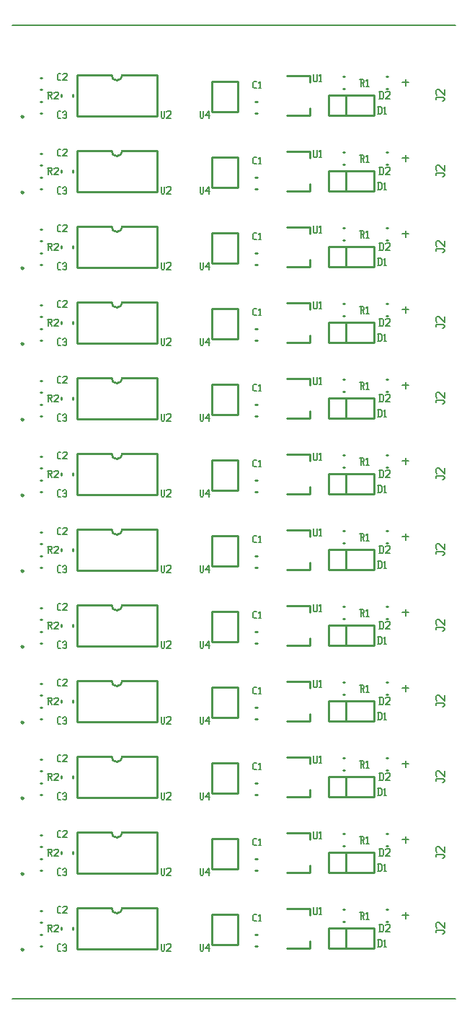
<source format=gbr>
G04 start of page 9 for group -4079 idx -4079 *
G04 Title: (unknown), topsilk *
G04 Creator: pcb 4.0.2 *
G04 CreationDate: Sun Oct 16 03:37:32 2022 UTC *
G04 For: ndholmes *
G04 Format: Gerber/RS-274X *
G04 PCB-Dimensions (mil): 3000.00 5500.00 *
G04 PCB-Coordinate-Origin: lower left *
%MOIN*%
%FSLAX25Y25*%
%LNTOPSILK*%
%ADD50C,0.0100*%
%ADD49C,0.0080*%
G54D49*X243000Y333500D02*X246000D01*
X244500Y335000D02*Y332000D01*
X243000Y298500D02*X246000D01*
X244500Y300000D02*Y297000D01*
X243000Y263500D02*X246000D01*
X244500Y265000D02*Y262000D01*
X243000Y228500D02*X246000D01*
X244500Y230000D02*Y227000D01*
X243000Y193500D02*X246000D01*
X244500Y195000D02*Y192000D01*
X243000Y403500D02*X246000D01*
X244500Y405000D02*Y402000D01*
X243000Y368500D02*X246000D01*
X243000Y473500D02*X246000D01*
X244500Y475000D02*Y472000D01*
X243000Y438500D02*X246000D01*
X244500Y440000D02*Y437000D01*
Y370000D02*Y367000D01*
X62500Y500000D02*X267500D01*
X243000Y158500D02*X246000D01*
X244500Y160000D02*Y157000D01*
X243000Y123500D02*X246000D01*
X244500Y125000D02*Y122000D01*
X243000Y88500D02*X246000D01*
X244500Y90000D02*Y87000D01*
X62500Y50000D02*X267500D01*
G54D50*X67837Y457732D02*G75*G03X67837Y457732I-500J0D01*G01*
X85245Y467893D02*Y467107D01*
X90755Y467893D02*Y467107D01*
X75607Y464755D02*X76393D01*
X75607Y459245D02*X76393D01*
X75607Y475755D02*X76393D01*
X75607Y470245D02*X76393D01*
X67837Y422732D02*G75*G03X67837Y422732I-500J0D01*G01*
X75607Y429755D02*X76393D01*
X75607Y424245D02*X76393D01*
X75607Y440755D02*X76393D01*
X75607Y435245D02*X76393D01*
X75607Y405755D02*X76393D01*
X75607Y400245D02*X76393D01*
X166900Y473900D02*Y460000D01*
X155100Y473900D02*X166900D01*
X155100D02*Y460000D01*
X166900D01*
X92500Y477000D02*Y458000D01*
X129500D01*
Y477000D01*
X92500D02*X108500D01*
X129500D02*X113500D01*
X108500D02*G75*G03X113500Y477000I2500J0D01*G01*
X85245Y432893D02*Y432107D01*
X90755Y432893D02*Y432107D01*
X92500Y442000D02*Y423000D01*
X129500D01*
Y442000D01*
X92500D02*X108500D01*
X129500D02*X113500D01*
X108500D02*G75*G03X113500Y442000I2500J0D01*G01*
X166900Y438900D02*Y425000D01*
X155100Y438900D02*X166900D01*
X155100D02*Y425000D01*
X166900D01*
Y368900D02*Y355000D01*
X155100Y368900D02*X166900D01*
X155100D02*Y355000D01*
X166900D01*
X175107Y354245D02*X175893D01*
X175107Y359755D02*X175893D01*
X166900Y333900D02*Y320000D01*
X155100Y333900D02*X166900D01*
X155100D02*Y320000D01*
X166900D01*
X175107Y319245D02*X175893D01*
X175107Y324755D02*X175893D01*
X166900Y403900D02*Y390000D01*
X155100Y403900D02*X166900D01*
X155100D02*Y390000D01*
X166900D01*
X175107Y389245D02*X175893D01*
X175107Y394755D02*X175893D01*
X92500Y407000D02*Y388000D01*
X129500D01*
Y407000D01*
X92500D02*X108500D01*
X129500D02*X113500D01*
X108500D02*G75*G03X113500Y407000I2500J0D01*G01*
X92500Y372000D02*Y353000D01*
X129500D01*
Y372000D01*
X92500D02*X108500D01*
X129500D02*X113500D01*
X108500D02*G75*G03X113500Y372000I2500J0D01*G01*
X209000Y458200D02*X230000D01*
X209000Y467800D02*X230000D01*
X209000Y458200D02*Y467800D01*
X230000Y458200D02*Y467800D01*
X217000Y458200D02*Y467800D01*
X215607Y476255D02*X216393D01*
X215607Y470745D02*X216393D01*
X235607Y476255D02*X236393D01*
X235607Y470745D02*X236393D01*
X189520Y476750D02*X200150D01*
X189520Y458250D02*X200150D01*
Y476750D02*Y473500D01*
Y461500D02*Y458250D01*
X189520Y476750D02*Y476571D01*
Y458429D02*Y458250D01*
X175107Y459245D02*X175893D01*
X175107Y464755D02*X175893D01*
X189520Y441750D02*X200150D01*
X189520Y423250D02*X200150D01*
Y441750D02*Y438500D01*
Y426500D02*Y423250D01*
X189520Y441750D02*Y441571D01*
Y423429D02*Y423250D01*
X175107Y424245D02*X175893D01*
X175107Y429755D02*X175893D01*
X209000Y423200D02*X230000D01*
X209000Y432800D02*X230000D01*
X209000Y423200D02*Y432800D01*
X230000Y423200D02*Y432800D01*
X217000Y423200D02*Y432800D01*
X215607Y441255D02*X216393D01*
X215607Y435745D02*X216393D01*
X235607Y441255D02*X236393D01*
X235607Y435745D02*X236393D01*
X215607Y406255D02*X216393D01*
X215607Y400745D02*X216393D01*
X235607Y406255D02*X236393D01*
X235607Y400745D02*X236393D01*
X209000Y388200D02*X230000D01*
X209000Y397800D02*X230000D01*
X209000Y388200D02*Y397800D01*
X230000Y388200D02*Y397800D01*
X217000Y388200D02*Y397800D01*
X215607Y371255D02*X216393D01*
X215607Y365745D02*X216393D01*
X235607Y371255D02*X236393D01*
X235607Y365745D02*X236393D01*
X189520Y406750D02*X200150D01*
X189520Y388250D02*X200150D01*
Y406750D02*Y403500D01*
Y391500D02*Y388250D01*
X189520Y406750D02*Y406571D01*
Y388429D02*Y388250D01*
Y371750D02*X200150D01*
X189520Y353250D02*X200150D01*
Y371750D02*Y368500D01*
Y356500D02*Y353250D01*
X189520Y371750D02*Y371571D01*
Y353429D02*Y353250D01*
Y336750D02*X200150D01*
X189520Y318250D02*X200150D01*
Y336750D02*Y333500D01*
Y321500D02*Y318250D01*
X189520Y336750D02*Y336571D01*
Y318429D02*Y318250D01*
X209000Y353200D02*X230000D01*
X209000Y362800D02*X230000D01*
X209000Y353200D02*Y362800D01*
X230000Y353200D02*Y362800D01*
X217000Y353200D02*Y362800D01*
X209000Y318200D02*X230000D01*
X209000Y327800D02*X230000D01*
X209000Y318200D02*Y327800D01*
X230000Y318200D02*Y327800D01*
X217000Y318200D02*Y327800D01*
X215607Y336255D02*X216393D01*
X215607Y330745D02*X216393D01*
X235607Y336255D02*X236393D01*
X235607Y330745D02*X236393D01*
X209000Y283200D02*X230000D01*
X209000Y292800D02*X230000D01*
X209000Y283200D02*Y292800D01*
X230000Y283200D02*Y292800D01*
X217000Y283200D02*Y292800D01*
X189520Y301750D02*X200150D01*
X189520Y283250D02*X200150D01*
Y301750D02*Y298500D01*
Y286500D02*Y283250D01*
X189520Y301750D02*Y301571D01*
Y283429D02*Y283250D01*
X215607Y301255D02*X216393D01*
X215607Y295745D02*X216393D01*
X235607Y301255D02*X236393D01*
X235607Y295745D02*X236393D01*
X209000Y248200D02*X230000D01*
X209000Y257800D02*X230000D01*
X209000Y248200D02*Y257800D01*
X230000Y248200D02*Y257800D01*
X217000Y248200D02*Y257800D01*
X189520Y266750D02*X200150D01*
X189520Y248250D02*X200150D01*
Y266750D02*Y263500D01*
Y251500D02*Y248250D01*
X189520Y266750D02*Y266571D01*
Y248429D02*Y248250D01*
X215607Y266255D02*X216393D01*
X215607Y260745D02*X216393D01*
X235607Y266255D02*X236393D01*
X235607Y260745D02*X236393D01*
X209000Y213200D02*X230000D01*
X209000Y222800D02*X230000D01*
X209000Y213200D02*Y222800D01*
X230000Y213200D02*Y222800D01*
X217000Y213200D02*Y222800D01*
X189520Y231750D02*X200150D01*
X189520Y213250D02*X200150D01*
Y231750D02*Y228500D01*
Y216500D02*Y213250D01*
X189520Y231750D02*Y231571D01*
Y213429D02*Y213250D01*
X215607Y231255D02*X216393D01*
X215607Y225745D02*X216393D01*
X235607Y231255D02*X236393D01*
X235607Y225745D02*X236393D01*
X209000Y178200D02*X230000D01*
X209000Y187800D02*X230000D01*
X209000Y178200D02*Y187800D01*
X230000Y178200D02*Y187800D01*
X217000Y178200D02*Y187800D01*
X189520Y196750D02*X200150D01*
X189520Y178250D02*X200150D01*
Y196750D02*Y193500D01*
Y181500D02*Y178250D01*
X189520Y196750D02*Y196571D01*
Y178429D02*Y178250D01*
X175107Y179245D02*X175893D01*
X175107Y184755D02*X175893D01*
X215607Y196255D02*X216393D01*
X215607Y190745D02*X216393D01*
X235607Y196255D02*X236393D01*
X235607Y190745D02*X236393D01*
X235607Y126255D02*X236393D01*
X235607Y120745D02*X236393D01*
X209000Y143200D02*X230000D01*
X209000Y152800D02*X230000D01*
X209000Y143200D02*Y152800D01*
X230000Y143200D02*Y152800D01*
X217000Y143200D02*Y152800D01*
X189520Y161750D02*X200150D01*
X189520Y143250D02*X200150D01*
Y161750D02*Y158500D01*
Y146500D02*Y143250D01*
X189520Y161750D02*Y161571D01*
Y143429D02*Y143250D01*
X175107Y144245D02*X175893D01*
X175107Y149755D02*X175893D01*
X215607Y161255D02*X216393D01*
X215607Y155745D02*X216393D01*
X235607Y161255D02*X236393D01*
X235607Y155745D02*X236393D01*
X209000Y108200D02*X230000D01*
X209000Y117800D02*X230000D01*
X209000Y108200D02*Y117800D01*
X230000Y108200D02*Y117800D01*
X217000Y108200D02*Y117800D01*
X189520Y126750D02*X200150D01*
X189520Y108250D02*X200150D01*
Y126750D02*Y123500D01*
Y111500D02*Y108250D01*
X189520Y126750D02*Y126571D01*
Y108429D02*Y108250D01*
X215607Y126255D02*X216393D01*
X215607Y120745D02*X216393D01*
X175107Y109245D02*X175893D01*
X175107Y114755D02*X175893D01*
X209000Y73200D02*X230000D01*
X209000Y82800D02*X230000D01*
X209000Y73200D02*Y82800D01*
X230000Y73200D02*Y82800D01*
X217000Y73200D02*Y82800D01*
X189520Y91750D02*X200150D01*
X189520Y73250D02*X200150D01*
Y91750D02*Y88500D01*
Y76500D02*Y73250D01*
X189520Y91750D02*Y91571D01*
Y73429D02*Y73250D01*
X175107Y74245D02*X175893D01*
X175107Y79755D02*X175893D01*
X215607Y91255D02*X216393D01*
X215607Y85745D02*X216393D01*
X235607Y91255D02*X236393D01*
X235607Y85745D02*X236393D01*
X67837Y387732D02*G75*G03X67837Y387732I-500J0D01*G01*
Y352732D02*G75*G03X67837Y352732I-500J0D01*G01*
Y317732D02*G75*G03X67837Y317732I-500J0D01*G01*
Y282732D02*G75*G03X67837Y282732I-500J0D01*G01*
X85245Y397893D02*Y397107D01*
X90755Y397893D02*Y397107D01*
X85245Y362893D02*Y362107D01*
X90755Y362893D02*Y362107D01*
X85245Y327893D02*Y327107D01*
X90755Y327893D02*Y327107D01*
X85245Y292893D02*Y292107D01*
X90755Y292893D02*Y292107D01*
X85245Y222893D02*Y222107D01*
X90755Y222893D02*Y222107D01*
X85245Y187893D02*Y187107D01*
X90755Y187893D02*Y187107D01*
X75607Y394755D02*X76393D01*
X75607Y389245D02*X76393D01*
X75607Y359755D02*X76393D01*
X75607Y354245D02*X76393D01*
X75607Y370755D02*X76393D01*
X75607Y365245D02*X76393D01*
X75607Y324755D02*X76393D01*
X75607Y319245D02*X76393D01*
X75607Y335755D02*X76393D01*
X75607Y330245D02*X76393D01*
X75607Y289755D02*X76393D01*
X75607Y284245D02*X76393D01*
X75607Y300755D02*X76393D01*
X75607Y295245D02*X76393D01*
X92500Y337000D02*Y318000D01*
X129500D01*
Y337000D01*
X92500D02*X108500D01*
X129500D02*X113500D01*
X108500D02*G75*G03X113500Y337000I2500J0D01*G01*
X92500Y302000D02*Y283000D01*
X129500D01*
Y302000D01*
X92500D02*X108500D01*
X129500D02*X113500D01*
X108500D02*G75*G03X113500Y302000I2500J0D01*G01*
X166900Y298900D02*Y285000D01*
X155100Y298900D02*X166900D01*
X155100D02*Y285000D01*
X166900D01*
X175107Y284245D02*X175893D01*
X175107Y289755D02*X175893D01*
X166900Y263900D02*Y250000D01*
X155100Y263900D02*X166900D01*
X155100D02*Y250000D01*
X166900D01*
X92500Y267000D02*Y248000D01*
X129500D01*
Y267000D01*
X92500D02*X108500D01*
X129500D02*X113500D01*
X108500D02*G75*G03X113500Y267000I2500J0D01*G01*
X175107Y249245D02*X175893D01*
X175107Y254755D02*X175893D01*
X67837Y247732D02*G75*G03X67837Y247732I-500J0D01*G01*
Y212732D02*G75*G03X67837Y212732I-500J0D01*G01*
Y177732D02*G75*G03X67837Y177732I-500J0D01*G01*
X85245Y257893D02*Y257107D01*
X90755Y257893D02*Y257107D01*
X75607Y254755D02*X76393D01*
X75607Y249245D02*X76393D01*
X75607Y265755D02*X76393D01*
X75607Y260245D02*X76393D01*
X75607Y219755D02*X76393D01*
X75607Y214245D02*X76393D01*
X75607Y230755D02*X76393D01*
X75607Y225245D02*X76393D01*
X75607Y184755D02*X76393D01*
X75607Y179245D02*X76393D01*
X75607Y195755D02*X76393D01*
X75607Y190245D02*X76393D01*
X67837Y142732D02*G75*G03X67837Y142732I-500J0D01*G01*
Y107732D02*G75*G03X67837Y107732I-500J0D01*G01*
Y72732D02*G75*G03X67837Y72732I-500J0D01*G01*
X85245Y152893D02*Y152107D01*
X90755Y152893D02*Y152107D01*
X85245Y117893D02*Y117107D01*
X90755Y117893D02*Y117107D01*
X85245Y82893D02*Y82107D01*
X90755Y82893D02*Y82107D01*
X75607Y149755D02*X76393D01*
X75607Y144245D02*X76393D01*
X75607Y160755D02*X76393D01*
X75607Y155245D02*X76393D01*
X75607Y114755D02*X76393D01*
X75607Y109245D02*X76393D01*
X75607Y125755D02*X76393D01*
X75607Y120245D02*X76393D01*
X75607Y79755D02*X76393D01*
X75607Y74245D02*X76393D01*
X75607Y90755D02*X76393D01*
X75607Y85245D02*X76393D01*
X166900Y228900D02*Y215000D01*
X155100Y228900D02*X166900D01*
X155100D02*Y215000D01*
X166900D01*
X175107Y214245D02*X175893D01*
X175107Y219755D02*X175893D01*
X92500Y197000D02*Y178000D01*
X129500D01*
Y197000D01*
X92500D02*X108500D01*
X129500D02*X113500D01*
X108500D02*G75*G03X113500Y197000I2500J0D01*G01*
X92500Y232000D02*Y213000D01*
X129500D01*
Y232000D01*
X92500D02*X108500D01*
X129500D02*X113500D01*
X108500D02*G75*G03X113500Y232000I2500J0D01*G01*
X166900Y193900D02*Y180000D01*
X155100Y193900D02*X166900D01*
X155100D02*Y180000D01*
X166900D01*
Y158900D02*Y145000D01*
X155100Y158900D02*X166900D01*
X155100D02*Y145000D01*
X166900D01*
X92500Y127000D02*Y108000D01*
X129500D01*
Y127000D01*
X92500D02*X108500D01*
X129500D02*X113500D01*
X108500D02*G75*G03X113500Y127000I2500J0D01*G01*
X92500Y162000D02*Y143000D01*
X129500D01*
Y162000D01*
X92500D02*X108500D01*
X129500D02*X113500D01*
X108500D02*G75*G03X113500Y162000I2500J0D01*G01*
X166900Y123900D02*Y110000D01*
X155100Y123900D02*X166900D01*
X155100D02*Y110000D01*
X166900D01*
Y88900D02*Y75000D01*
X155100Y88900D02*X166900D01*
X155100D02*Y75000D01*
X166900D01*
X92500Y92000D02*Y73000D01*
X129500D01*
Y92000D01*
X92500D02*X108500D01*
X129500D02*X113500D01*
X108500D02*G75*G03X113500Y92000I2500J0D01*G01*
G54D49*X78900Y469100D02*X80500D01*
X80900Y468700D01*
Y467900D01*
X80500Y467500D02*X80900Y467900D01*
X79300Y467500D02*X80500D01*
X79300Y469100D02*Y465900D01*
X79940Y467500D02*X80900Y465900D01*
X81860Y468700D02*X82260Y469100D01*
X83460D01*
X83860Y468700D01*
Y467900D01*
X81860Y465900D02*X83860Y467900D01*
X81860Y465900D02*X83860D01*
X84060Y457000D02*X85100D01*
X83500Y457560D02*X84060Y457000D01*
X83500Y459640D02*Y457560D01*
Y459640D02*X84060Y460200D01*
X85100D01*
X86060Y459800D02*X86460Y460200D01*
X87260D01*
X87660Y459800D01*
X87260Y457000D02*X87660Y457400D01*
X86460Y457000D02*X87260D01*
X86060Y457400D02*X86460Y457000D01*
Y458760D02*X87260D01*
X87660Y459800D02*Y459160D01*
Y458360D02*Y457400D01*
Y458360D02*X87260Y458760D01*
X87660Y459160D02*X87260Y458760D01*
X84060Y474500D02*X85100D01*
X83500Y475060D02*X84060Y474500D01*
X83500Y477140D02*Y475060D01*
Y477140D02*X84060Y477700D01*
X85100D01*
X86060Y477300D02*X86460Y477700D01*
X87660D01*
X88060Y477300D01*
Y476500D01*
X86060Y474500D02*X88060Y476500D01*
X86060Y474500D02*X88060D01*
X174497Y470906D02*X175537D01*
X173937Y471466D02*X174497Y470906D01*
X173937Y473546D02*Y471466D01*
Y473546D02*X174497Y474106D01*
X175537D01*
X176497Y473466D02*X177137Y474106D01*
Y470906D01*
X176497D02*X177697D01*
X149500Y460300D02*Y457500D01*
X149900Y457100D01*
X150700D01*
X151100Y457500D01*
Y460300D02*Y457500D01*
X152060Y458300D02*X153660Y460300D01*
X152060Y458300D02*X154060D01*
X153660Y460300D02*Y457100D01*
X131500Y460230D02*Y457535D01*
X131885Y457150D01*
X132655D01*
X133040Y457535D01*
Y460230D02*Y457535D01*
X133964Y459845D02*X134349Y460230D01*
X135504D01*
X135889Y459845D01*
Y459075D01*
X133964Y457150D02*X135889Y459075D01*
X133964Y457150D02*X135889D01*
X84060Y439500D02*X85100D01*
X83500Y440060D02*X84060Y439500D01*
X83500Y442140D02*Y440060D01*
Y442140D02*X84060Y442700D01*
X85100D01*
X86060Y442300D02*X86460Y442700D01*
X87660D01*
X88060Y442300D01*
Y441500D01*
X86060Y439500D02*X88060Y441500D01*
X86060Y439500D02*X88060D01*
X174497Y435906D02*X175537D01*
X173937Y436466D02*X174497Y435906D01*
X173937Y438546D02*Y436466D01*
Y438546D02*X174497Y439106D01*
X175537D01*
X176497Y438466D02*X177137Y439106D01*
Y435906D01*
X176497D02*X177697D01*
X84060Y422000D02*X85100D01*
X83500Y422560D02*X84060Y422000D01*
X83500Y424640D02*Y422560D01*
Y424640D02*X84060Y425200D01*
X85100D01*
X86060Y424800D02*X86460Y425200D01*
X87260D01*
X87660Y424800D01*
X87260Y422000D02*X87660Y422400D01*
X86460Y422000D02*X87260D01*
X86060Y422400D02*X86460Y422000D01*
Y423760D02*X87260D01*
X87660Y424800D02*Y424160D01*
Y423360D02*Y422400D01*
Y423360D02*X87260Y423760D01*
X87660Y424160D02*X87260Y423760D01*
X149500Y425300D02*Y422500D01*
X149900Y422100D01*
X150700D01*
X151100Y422500D01*
Y425300D02*Y422500D01*
X152060Y423300D02*X153660Y425300D01*
X152060Y423300D02*X154060D01*
X153660Y425300D02*Y422100D01*
X131500Y425230D02*Y422535D01*
X131885Y422150D01*
X132655D01*
X133040Y422535D01*
Y425230D02*Y422535D01*
X133964Y424845D02*X134349Y425230D01*
X135504D01*
X135889Y424845D01*
Y424075D01*
X133964Y422150D02*X135889Y424075D01*
X133964Y422150D02*X135889D01*
X149500Y390300D02*Y387500D01*
X149900Y387100D01*
X150700D01*
X151100Y387500D01*
Y390300D02*Y387500D01*
X152060Y388300D02*X153660Y390300D01*
X152060Y388300D02*X154060D01*
X153660Y390300D02*Y387100D01*
X131500Y390230D02*Y387535D01*
X131885Y387150D01*
X132655D01*
X133040Y387535D01*
Y390230D02*Y387535D01*
X133964Y389845D02*X134349Y390230D01*
X135504D01*
X135889Y389845D01*
Y389075D01*
X133964Y387150D02*X135889Y389075D01*
X133964Y387150D02*X135889D01*
X174497Y400906D02*X175537D01*
X173937Y401466D02*X174497Y400906D01*
X173937Y403546D02*Y401466D01*
Y403546D02*X174497Y404106D01*
X175537D01*
X176497Y403466D02*X177137Y404106D01*
Y400906D01*
X176497D02*X177697D01*
X78900Y434100D02*X80500D01*
X80900Y433700D01*
Y432900D01*
X80500Y432500D02*X80900Y432900D01*
X79300Y432500D02*X80500D01*
X79300Y434100D02*Y430900D01*
X79940Y432500D02*X80900Y430900D01*
X81860Y433700D02*X82260Y434100D01*
X83460D01*
X83860Y433700D01*
Y432900D01*
X81860Y430900D02*X83860Y432900D01*
X81860Y430900D02*X83860D01*
X78900Y399100D02*X80500D01*
X80900Y398700D01*
Y397900D01*
X80500Y397500D02*X80900Y397900D01*
X79300Y397500D02*X80500D01*
X79300Y399100D02*Y395900D01*
X79940Y397500D02*X80900Y395900D01*
X81860Y398700D02*X82260Y399100D01*
X83460D01*
X83860Y398700D01*
Y397900D01*
X81860Y395900D02*X83860Y397900D01*
X81860Y395900D02*X83860D01*
X84060Y387000D02*X85100D01*
X83500Y387560D02*X84060Y387000D01*
X83500Y389640D02*Y387560D01*
Y389640D02*X84060Y390200D01*
X85100D01*
X86060Y389800D02*X86460Y390200D01*
X87260D01*
X87660Y389800D01*
X87260Y387000D02*X87660Y387400D01*
X86460Y387000D02*X87260D01*
X86060Y387400D02*X86460Y387000D01*
Y388760D02*X87260D01*
X87660Y389800D02*Y389160D01*
Y388360D02*Y387400D01*
Y388360D02*X87260Y388760D01*
X87660Y389160D02*X87260Y388760D01*
X84060Y404500D02*X85100D01*
X83500Y405060D02*X84060Y404500D01*
X83500Y407140D02*Y405060D01*
Y407140D02*X84060Y407700D01*
X85100D01*
X86060Y407300D02*X86460Y407700D01*
X87660D01*
X88060Y407300D01*
Y406500D01*
X86060Y404500D02*X88060Y406500D01*
X86060Y404500D02*X88060D01*
X78900Y364100D02*X80500D01*
X80900Y363700D01*
Y362900D01*
X80500Y362500D02*X80900Y362900D01*
X79300Y362500D02*X80500D01*
X79300Y364100D02*Y360900D01*
X79940Y362500D02*X80900Y360900D01*
X81860Y363700D02*X82260Y364100D01*
X83460D01*
X83860Y363700D01*
Y362900D01*
X81860Y360900D02*X83860Y362900D01*
X81860Y360900D02*X83860D01*
X84060Y369500D02*X85100D01*
X83500Y370060D02*X84060Y369500D01*
X83500Y372140D02*Y370060D01*
Y372140D02*X84060Y372700D01*
X85100D01*
X86060Y372300D02*X86460Y372700D01*
X87660D01*
X88060Y372300D01*
Y371500D01*
X86060Y369500D02*X88060Y371500D01*
X86060Y369500D02*X88060D01*
X149500Y320300D02*Y317500D01*
X149900Y317100D01*
X150700D01*
X151100Y317500D01*
Y320300D02*Y317500D01*
X152060Y318300D02*X153660Y320300D01*
X152060Y318300D02*X154060D01*
X153660Y320300D02*Y317100D01*
X174497Y365906D02*X175537D01*
X173937Y366466D02*X174497Y365906D01*
X173937Y368546D02*Y366466D01*
Y368546D02*X174497Y369106D01*
X175537D01*
X176497Y368466D02*X177137Y369106D01*
Y365906D01*
X176497D02*X177697D01*
X174497Y330906D02*X175537D01*
X173937Y331466D02*X174497Y330906D01*
X173937Y333546D02*Y331466D01*
Y333546D02*X174497Y334106D01*
X175537D01*
X176497Y333466D02*X177137Y334106D01*
Y330906D01*
X176497D02*X177697D01*
X149500Y355300D02*Y352500D01*
X149900Y352100D01*
X150700D01*
X151100Y352500D01*
Y355300D02*Y352500D01*
X152060Y353300D02*X153660Y355300D01*
X152060Y353300D02*X154060D01*
X153660Y355300D02*Y352100D01*
X131500Y355230D02*Y352535D01*
X131885Y352150D01*
X132655D01*
X133040Y352535D01*
Y355230D02*Y352535D01*
X133964Y354845D02*X134349Y355230D01*
X135504D01*
X135889Y354845D01*
Y354075D01*
X133964Y352150D02*X135889Y354075D01*
X133964Y352150D02*X135889D01*
X131500Y320230D02*Y317535D01*
X131885Y317150D01*
X132655D01*
X133040Y317535D01*
Y320230D02*Y317535D01*
X133964Y319845D02*X134349Y320230D01*
X135504D01*
X135889Y319845D01*
Y319075D01*
X133964Y317150D02*X135889Y319075D01*
X133964Y317150D02*X135889D01*
X231900Y462200D02*Y459000D01*
X232940Y462200D02*X233500Y461640D01*
Y459560D01*
X232940Y459000D02*X233500Y459560D01*
X231500Y459000D02*X232940D01*
X231500Y462200D02*X232940D01*
X234460Y461560D02*X235100Y462200D01*
Y459000D01*
X234460D02*X235660D01*
X258500Y466500D02*Y465700D01*
Y466500D02*X262000D01*
X262500Y466000D02*X262000Y466500D01*
X262500Y466000D02*Y465500D01*
X262000Y465000D02*X262500Y465500D01*
X261500Y465000D02*X262000D01*
X259000Y467700D02*X258500Y468200D01*
Y469700D02*Y468200D01*
Y469700D02*X259000Y470200D01*
X260000D01*
X262500Y467700D02*X260000Y470200D01*
X262500D02*Y467700D01*
X232750Y469350D02*Y466150D01*
X233790Y469350D02*X234350Y468790D01*
Y466710D01*
X233790Y466150D02*X234350Y466710D01*
X232350Y466150D02*X233790D01*
X232350Y469350D02*X233790D01*
X235310Y468950D02*X235710Y469350D01*
X236910D01*
X237310Y468950D01*
Y468150D01*
X235310Y466150D02*X237310Y468150D01*
X235310Y466150D02*X237310D01*
X202000Y477200D02*Y474400D01*
X202400Y474000D01*
X203200D01*
X203600Y474400D01*
Y477200D02*Y474400D01*
X204560Y476560D02*X205200Y477200D01*
Y474000D01*
X204560D02*X205760D01*
X223436Y474850D02*X225036D01*
X225436Y474450D01*
Y473650D01*
X225036Y473250D02*X225436Y473650D01*
X223836Y473250D02*X225036D01*
X223836Y474850D02*Y471650D01*
X224476Y473250D02*X225436Y471650D01*
X226396Y474210D02*X227036Y474850D01*
Y471650D01*
X226396D02*X227596D01*
X231900Y427200D02*Y424000D01*
X232940Y427200D02*X233500Y426640D01*
Y424560D01*
X232940Y424000D02*X233500Y424560D01*
X231500Y424000D02*X232940D01*
X231500Y427200D02*X232940D01*
X234460Y426560D02*X235100Y427200D01*
Y424000D01*
X234460D02*X235660D01*
X223436Y439850D02*X225036D01*
X225436Y439450D01*
Y438650D01*
X225036Y438250D02*X225436Y438650D01*
X223836Y438250D02*X225036D01*
X223836Y439850D02*Y436650D01*
X224476Y438250D02*X225436Y436650D01*
X226396Y439210D02*X227036Y439850D01*
Y436650D01*
X226396D02*X227596D01*
X223436Y404850D02*X225036D01*
X225436Y404450D01*
Y403650D01*
X225036Y403250D02*X225436Y403650D01*
X223836Y403250D02*X225036D01*
X223836Y404850D02*Y401650D01*
X224476Y403250D02*X225436Y401650D01*
X226396Y404210D02*X227036Y404850D01*
Y401650D01*
X226396D02*X227596D01*
X223436Y369850D02*X225036D01*
X225436Y369450D01*
Y368650D01*
X225036Y368250D02*X225436Y368650D01*
X223836Y368250D02*X225036D01*
X223836Y369850D02*Y366650D01*
X224476Y368250D02*X225436Y366650D01*
X226396Y369210D02*X227036Y369850D01*
Y366650D01*
X226396D02*X227596D01*
X223436Y334850D02*X225036D01*
X225436Y334450D01*
Y333650D01*
X225036Y333250D02*X225436Y333650D01*
X223836Y333250D02*X225036D01*
X223836Y334850D02*Y331650D01*
X224476Y333250D02*X225436Y331650D01*
X226396Y334210D02*X227036Y334850D01*
Y331650D01*
X226396D02*X227596D01*
X258500Y431500D02*Y430700D01*
Y431500D02*X262000D01*
X262500Y431000D02*X262000Y431500D01*
X262500Y431000D02*Y430500D01*
X262000Y430000D02*X262500Y430500D01*
X261500Y430000D02*X262000D01*
X259000Y432700D02*X258500Y433200D01*
Y434700D02*Y433200D01*
Y434700D02*X259000Y435200D01*
X260000D01*
X262500Y432700D02*X260000Y435200D01*
X262500D02*Y432700D01*
X258500Y396500D02*Y395700D01*
Y396500D02*X262000D01*
X262500Y396000D02*X262000Y396500D01*
X262500Y396000D02*Y395500D01*
X262000Y395000D02*X262500Y395500D01*
X261500Y395000D02*X262000D01*
X259000Y397700D02*X258500Y398200D01*
Y399700D02*Y398200D01*
Y399700D02*X259000Y400200D01*
X260000D01*
X262500Y397700D02*X260000Y400200D01*
X262500D02*Y397700D01*
X258500Y361500D02*Y360700D01*
Y361500D02*X262000D01*
X262500Y361000D02*X262000Y361500D01*
X262500Y361000D02*Y360500D01*
X262000Y360000D02*X262500Y360500D01*
X261500Y360000D02*X262000D01*
X259000Y362700D02*X258500Y363200D01*
Y364700D02*Y363200D01*
Y364700D02*X259000Y365200D01*
X260000D01*
X262500Y362700D02*X260000Y365200D01*
X262500D02*Y362700D01*
X258500Y326500D02*Y325700D01*
Y326500D02*X262000D01*
X262500Y326000D02*X262000Y326500D01*
X262500Y326000D02*Y325500D01*
X262000Y325000D02*X262500Y325500D01*
X261500Y325000D02*X262000D01*
X259000Y327700D02*X258500Y328200D01*
Y329700D02*Y328200D01*
Y329700D02*X259000Y330200D01*
X260000D01*
X262500Y327700D02*X260000Y330200D01*
X262500D02*Y327700D01*
X258500Y291500D02*Y290700D01*
Y291500D02*X262000D01*
X262500Y291000D02*X262000Y291500D01*
X262500Y291000D02*Y290500D01*
X262000Y290000D02*X262500Y290500D01*
X261500Y290000D02*X262000D01*
X259000Y292700D02*X258500Y293200D01*
Y294700D02*Y293200D01*
Y294700D02*X259000Y295200D01*
X260000D01*
X262500Y292700D02*X260000Y295200D01*
X262500D02*Y292700D01*
X258500Y256500D02*Y255700D01*
Y256500D02*X262000D01*
X262500Y256000D02*X262000Y256500D01*
X262500Y256000D02*Y255500D01*
X262000Y255000D02*X262500Y255500D01*
X261500Y255000D02*X262000D01*
X259000Y257700D02*X258500Y258200D01*
Y259700D02*Y258200D01*
Y259700D02*X259000Y260200D01*
X260000D01*
X262500Y257700D02*X260000Y260200D01*
X262500D02*Y257700D01*
X202000Y442200D02*Y439400D01*
X202400Y439000D01*
X203200D01*
X203600Y439400D01*
Y442200D02*Y439400D01*
X204560Y441560D02*X205200Y442200D01*
Y439000D01*
X204560D02*X205760D01*
X202000Y407200D02*Y404400D01*
X202400Y404000D01*
X203200D01*
X203600Y404400D01*
Y407200D02*Y404400D01*
X204560Y406560D02*X205200Y407200D01*
Y404000D01*
X204560D02*X205760D01*
X202000Y372200D02*Y369400D01*
X202400Y369000D01*
X203200D01*
X203600Y369400D01*
Y372200D02*Y369400D01*
X204560Y371560D02*X205200Y372200D01*
Y369000D01*
X204560D02*X205760D01*
X232750Y434350D02*Y431150D01*
X233790Y434350D02*X234350Y433790D01*
Y431710D01*
X233790Y431150D02*X234350Y431710D01*
X232350Y431150D02*X233790D01*
X232350Y434350D02*X233790D01*
X235310Y433950D02*X235710Y434350D01*
X236910D01*
X237310Y433950D01*
Y433150D01*
X235310Y431150D02*X237310Y433150D01*
X235310Y431150D02*X237310D01*
X231900Y392200D02*Y389000D01*
X232940Y392200D02*X233500Y391640D01*
Y389560D01*
X232940Y389000D02*X233500Y389560D01*
X231500Y389000D02*X232940D01*
X231500Y392200D02*X232940D01*
X234460Y391560D02*X235100Y392200D01*
Y389000D01*
X234460D02*X235660D01*
X232750Y399350D02*Y396150D01*
X233790Y399350D02*X234350Y398790D01*
Y396710D01*
X233790Y396150D02*X234350Y396710D01*
X232350Y396150D02*X233790D01*
X232350Y399350D02*X233790D01*
X235310Y398950D02*X235710Y399350D01*
X236910D01*
X237310Y398950D01*
Y398150D01*
X235310Y396150D02*X237310Y398150D01*
X235310Y396150D02*X237310D01*
X231900Y287200D02*Y284000D01*
X232940Y287200D02*X233500Y286640D01*
Y284560D01*
X232940Y284000D02*X233500Y284560D01*
X231500Y284000D02*X232940D01*
X231500Y287200D02*X232940D01*
X234460Y286560D02*X235100Y287200D01*
Y284000D01*
X234460D02*X235660D01*
X223436Y299850D02*X225036D01*
X225436Y299450D01*
Y298650D01*
X225036Y298250D02*X225436Y298650D01*
X223836Y298250D02*X225036D01*
X223836Y299850D02*Y296650D01*
X224476Y298250D02*X225436Y296650D01*
X226396Y299210D02*X227036Y299850D01*
Y296650D01*
X226396D02*X227596D01*
X232750Y294350D02*Y291150D01*
X233790Y294350D02*X234350Y293790D01*
Y291710D01*
X233790Y291150D02*X234350Y291710D01*
X232350Y291150D02*X233790D01*
X232350Y294350D02*X233790D01*
X235310Y293950D02*X235710Y294350D01*
X236910D01*
X237310Y293950D01*
Y293150D01*
X235310Y291150D02*X237310Y293150D01*
X235310Y291150D02*X237310D01*
X223436Y264850D02*X225036D01*
X225436Y264450D01*
Y263650D01*
X225036Y263250D02*X225436Y263650D01*
X223836Y263250D02*X225036D01*
X223836Y264850D02*Y261650D01*
X224476Y263250D02*X225436Y261650D01*
X226396Y264210D02*X227036Y264850D01*
Y261650D01*
X226396D02*X227596D01*
X231900Y252200D02*Y249000D01*
X232940Y252200D02*X233500Y251640D01*
Y249560D01*
X232940Y249000D02*X233500Y249560D01*
X231500Y249000D02*X232940D01*
X231500Y252200D02*X232940D01*
X234460Y251560D02*X235100Y252200D01*
Y249000D01*
X234460D02*X235660D01*
X232750Y259350D02*Y256150D01*
X233790Y259350D02*X234350Y258790D01*
Y256710D01*
X233790Y256150D02*X234350Y256710D01*
X232350Y256150D02*X233790D01*
X232350Y259350D02*X233790D01*
X235310Y258950D02*X235710Y259350D01*
X236910D01*
X237310Y258950D01*
Y258150D01*
X235310Y256150D02*X237310Y258150D01*
X235310Y256150D02*X237310D01*
X231900Y217200D02*Y214000D01*
X232940Y217200D02*X233500Y216640D01*
Y214560D01*
X232940Y214000D02*X233500Y214560D01*
X231500Y214000D02*X232940D01*
X231500Y217200D02*X232940D01*
X234460Y216560D02*X235100Y217200D01*
Y214000D01*
X234460D02*X235660D01*
X232750Y224350D02*Y221150D01*
X233790Y224350D02*X234350Y223790D01*
Y221710D01*
X233790Y221150D02*X234350Y221710D01*
X232350Y221150D02*X233790D01*
X232350Y224350D02*X233790D01*
X235310Y223950D02*X235710Y224350D01*
X236910D01*
X237310Y223950D01*
Y223150D01*
X235310Y221150D02*X237310Y223150D01*
X235310Y221150D02*X237310D01*
X223436Y229850D02*X225036D01*
X225436Y229450D01*
Y228650D01*
X225036Y228250D02*X225436Y228650D01*
X223836Y228250D02*X225036D01*
X223836Y229850D02*Y226650D01*
X224476Y228250D02*X225436Y226650D01*
X226396Y229210D02*X227036Y229850D01*
Y226650D01*
X226396D02*X227596D01*
X231900Y357200D02*Y354000D01*
X232940Y357200D02*X233500Y356640D01*
Y354560D01*
X232940Y354000D02*X233500Y354560D01*
X231500Y354000D02*X232940D01*
X231500Y357200D02*X232940D01*
X234460Y356560D02*X235100Y357200D01*
Y354000D01*
X234460D02*X235660D01*
X232750Y364350D02*Y361150D01*
X233790Y364350D02*X234350Y363790D01*
Y361710D01*
X233790Y361150D02*X234350Y361710D01*
X232350Y361150D02*X233790D01*
X232350Y364350D02*X233790D01*
X235310Y363950D02*X235710Y364350D01*
X236910D01*
X237310Y363950D01*
Y363150D01*
X235310Y361150D02*X237310Y363150D01*
X235310Y361150D02*X237310D01*
X231900Y322200D02*Y319000D01*
X232940Y322200D02*X233500Y321640D01*
Y319560D01*
X232940Y319000D02*X233500Y319560D01*
X231500Y319000D02*X232940D01*
X231500Y322200D02*X232940D01*
X234460Y321560D02*X235100Y322200D01*
Y319000D01*
X234460D02*X235660D01*
X232750Y329350D02*Y326150D01*
X233790Y329350D02*X234350Y328790D01*
Y326710D01*
X233790Y326150D02*X234350Y326710D01*
X232350Y326150D02*X233790D01*
X232350Y329350D02*X233790D01*
X235310Y328950D02*X235710Y329350D01*
X236910D01*
X237310Y328950D01*
Y328150D01*
X235310Y326150D02*X237310Y328150D01*
X235310Y326150D02*X237310D01*
X258500Y221500D02*Y220700D01*
Y221500D02*X262000D01*
X262500Y221000D02*X262000Y221500D01*
X262500Y221000D02*Y220500D01*
X262000Y220000D02*X262500Y220500D01*
X261500Y220000D02*X262000D01*
X259000Y222700D02*X258500Y223200D01*
Y224700D02*Y223200D01*
Y224700D02*X259000Y225200D01*
X260000D01*
X262500Y222700D02*X260000Y225200D01*
X262500D02*Y222700D01*
X202000Y337200D02*Y334400D01*
X202400Y334000D01*
X203200D01*
X203600Y334400D01*
Y337200D02*Y334400D01*
X204560Y336560D02*X205200Y337200D01*
Y334000D01*
X204560D02*X205760D01*
X202000Y302200D02*Y299400D01*
X202400Y299000D01*
X203200D01*
X203600Y299400D01*
Y302200D02*Y299400D01*
X204560Y301560D02*X205200Y302200D01*
Y299000D01*
X204560D02*X205760D01*
X202000Y267200D02*Y264400D01*
X202400Y264000D01*
X203200D01*
X203600Y264400D01*
Y267200D02*Y264400D01*
X204560Y266560D02*X205200Y267200D01*
Y264000D01*
X204560D02*X205760D01*
X202000Y232200D02*Y229400D01*
X202400Y229000D01*
X203200D01*
X203600Y229400D01*
Y232200D02*Y229400D01*
X204560Y231560D02*X205200Y232200D01*
Y229000D01*
X204560D02*X205760D01*
X258500Y186500D02*Y185700D01*
Y186500D02*X262000D01*
X262500Y186000D02*X262000Y186500D01*
X262500Y186000D02*Y185500D01*
X262000Y185000D02*X262500Y185500D01*
X261500Y185000D02*X262000D01*
X259000Y187700D02*X258500Y188200D01*
Y189700D02*Y188200D01*
Y189700D02*X259000Y190200D01*
X260000D01*
X262500Y187700D02*X260000Y190200D01*
X262500D02*Y187700D01*
X202000Y197200D02*Y194400D01*
X202400Y194000D01*
X203200D01*
X203600Y194400D01*
Y197200D02*Y194400D01*
X204560Y196560D02*X205200Y197200D01*
Y194000D01*
X204560D02*X205760D01*
X202000Y162200D02*Y159400D01*
X202400Y159000D01*
X203200D01*
X203600Y159400D01*
Y162200D02*Y159400D01*
X204560Y161560D02*X205200Y162200D01*
Y159000D01*
X204560D02*X205760D01*
X202000Y127200D02*Y124400D01*
X202400Y124000D01*
X203200D01*
X203600Y124400D01*
Y127200D02*Y124400D01*
X204560Y126560D02*X205200Y127200D01*
Y124000D01*
X204560D02*X205760D01*
X202000Y92200D02*Y89400D01*
X202400Y89000D01*
X203200D01*
X203600Y89400D01*
Y92200D02*Y89400D01*
X204560Y91560D02*X205200Y92200D01*
Y89000D01*
X204560D02*X205760D01*
X258500Y151500D02*Y150700D01*
Y151500D02*X262000D01*
X262500Y151000D02*X262000Y151500D01*
X262500Y151000D02*Y150500D01*
X262000Y150000D02*X262500Y150500D01*
X261500Y150000D02*X262000D01*
X259000Y152700D02*X258500Y153200D01*
Y154700D02*Y153200D01*
Y154700D02*X259000Y155200D01*
X260000D01*
X262500Y152700D02*X260000Y155200D01*
X262500D02*Y152700D01*
X258500Y116500D02*Y115700D01*
Y116500D02*X262000D01*
X262500Y116000D02*X262000Y116500D01*
X262500Y116000D02*Y115500D01*
X262000Y115000D02*X262500Y115500D01*
X261500Y115000D02*X262000D01*
X259000Y117700D02*X258500Y118200D01*
Y119700D02*Y118200D01*
Y119700D02*X259000Y120200D01*
X260000D01*
X262500Y117700D02*X260000Y120200D01*
X262500D02*Y117700D01*
X258500Y81500D02*Y80700D01*
Y81500D02*X262000D01*
X262500Y81000D02*X262000Y81500D01*
X262500Y81000D02*Y80500D01*
X262000Y80000D02*X262500Y80500D01*
X261500Y80000D02*X262000D01*
X259000Y82700D02*X258500Y83200D01*
Y84700D02*Y83200D01*
Y84700D02*X259000Y85200D01*
X260000D01*
X262500Y82700D02*X260000Y85200D01*
X262500D02*Y82700D01*
X231900Y182200D02*Y179000D01*
X232940Y182200D02*X233500Y181640D01*
Y179560D01*
X232940Y179000D02*X233500Y179560D01*
X231500Y179000D02*X232940D01*
X231500Y182200D02*X232940D01*
X234460Y181560D02*X235100Y182200D01*
Y179000D01*
X234460D02*X235660D01*
X231900Y147200D02*Y144000D01*
X232940Y147200D02*X233500Y146640D01*
Y144560D01*
X232940Y144000D02*X233500Y144560D01*
X231500Y144000D02*X232940D01*
X231500Y147200D02*X232940D01*
X234460Y146560D02*X235100Y147200D01*
Y144000D01*
X234460D02*X235660D01*
X232750Y154350D02*Y151150D01*
X233790Y154350D02*X234350Y153790D01*
Y151710D01*
X233790Y151150D02*X234350Y151710D01*
X232350Y151150D02*X233790D01*
X232350Y154350D02*X233790D01*
X235310Y153950D02*X235710Y154350D01*
X236910D01*
X237310Y153950D01*
Y153150D01*
X235310Y151150D02*X237310Y153150D01*
X235310Y151150D02*X237310D01*
X223436Y194850D02*X225036D01*
X225436Y194450D01*
Y193650D01*
X225036Y193250D02*X225436Y193650D01*
X223836Y193250D02*X225036D01*
X223836Y194850D02*Y191650D01*
X224476Y193250D02*X225436Y191650D01*
X226396Y194210D02*X227036Y194850D01*
Y191650D01*
X226396D02*X227596D01*
X223436Y159850D02*X225036D01*
X225436Y159450D01*
Y158650D01*
X225036Y158250D02*X225436Y158650D01*
X223836Y158250D02*X225036D01*
X223836Y159850D02*Y156650D01*
X224476Y158250D02*X225436Y156650D01*
X226396Y159210D02*X227036Y159850D01*
Y156650D01*
X226396D02*X227596D01*
X223436Y124850D02*X225036D01*
X225436Y124450D01*
Y123650D01*
X225036Y123250D02*X225436Y123650D01*
X223836Y123250D02*X225036D01*
X223836Y124850D02*Y121650D01*
X224476Y123250D02*X225436Y121650D01*
X226396Y124210D02*X227036Y124850D01*
Y121650D01*
X226396D02*X227596D01*
X223436Y89850D02*X225036D01*
X225436Y89450D01*
Y88650D01*
X225036Y88250D02*X225436Y88650D01*
X223836Y88250D02*X225036D01*
X223836Y89850D02*Y86650D01*
X224476Y88250D02*X225436Y86650D01*
X226396Y89210D02*X227036Y89850D01*
Y86650D01*
X226396D02*X227596D01*
X232750Y189350D02*Y186150D01*
X233790Y189350D02*X234350Y188790D01*
Y186710D01*
X233790Y186150D02*X234350Y186710D01*
X232350Y186150D02*X233790D01*
X232350Y189350D02*X233790D01*
X235310Y188950D02*X235710Y189350D01*
X236910D01*
X237310Y188950D01*
Y188150D01*
X235310Y186150D02*X237310Y188150D01*
X235310Y186150D02*X237310D01*
X231900Y112200D02*Y109000D01*
X232940Y112200D02*X233500Y111640D01*
Y109560D01*
X232940Y109000D02*X233500Y109560D01*
X231500Y109000D02*X232940D01*
X231500Y112200D02*X232940D01*
X234460Y111560D02*X235100Y112200D01*
Y109000D01*
X234460D02*X235660D01*
X232750Y119350D02*Y116150D01*
X233790Y119350D02*X234350Y118790D01*
Y116710D01*
X233790Y116150D02*X234350Y116710D01*
X232350Y116150D02*X233790D01*
X232350Y119350D02*X233790D01*
X235310Y118950D02*X235710Y119350D01*
X236910D01*
X237310Y118950D01*
Y118150D01*
X235310Y116150D02*X237310Y118150D01*
X235310Y116150D02*X237310D01*
X231900Y77200D02*Y74000D01*
X232940Y77200D02*X233500Y76640D01*
Y74560D01*
X232940Y74000D02*X233500Y74560D01*
X231500Y74000D02*X232940D01*
X231500Y77200D02*X232940D01*
X234460Y76560D02*X235100Y77200D01*
Y74000D01*
X234460D02*X235660D01*
X232750Y84350D02*Y81150D01*
X233790Y84350D02*X234350Y83790D01*
Y81710D01*
X233790Y81150D02*X234350Y81710D01*
X232350Y81150D02*X233790D01*
X232350Y84350D02*X233790D01*
X235310Y83950D02*X235710Y84350D01*
X236910D01*
X237310Y83950D01*
Y83150D01*
X235310Y81150D02*X237310Y83150D01*
X235310Y81150D02*X237310D01*
X84060Y352000D02*X85100D01*
X83500Y352560D02*X84060Y352000D01*
X83500Y354640D02*Y352560D01*
Y354640D02*X84060Y355200D01*
X85100D01*
X86060Y354800D02*X86460Y355200D01*
X87260D01*
X87660Y354800D01*
X87260Y352000D02*X87660Y352400D01*
X86460Y352000D02*X87260D01*
X86060Y352400D02*X86460Y352000D01*
Y353760D02*X87260D01*
X87660Y354800D02*Y354160D01*
Y353360D02*Y352400D01*
Y353360D02*X87260Y353760D01*
X87660Y354160D02*X87260Y353760D01*
X84060Y317000D02*X85100D01*
X83500Y317560D02*X84060Y317000D01*
X83500Y319640D02*Y317560D01*
Y319640D02*X84060Y320200D01*
X85100D01*
X86060Y319800D02*X86460Y320200D01*
X87260D01*
X87660Y319800D01*
X87260Y317000D02*X87660Y317400D01*
X86460Y317000D02*X87260D01*
X86060Y317400D02*X86460Y317000D01*
Y318760D02*X87260D01*
X87660Y319800D02*Y319160D01*
Y318360D02*Y317400D01*
Y318360D02*X87260Y318760D01*
X87660Y319160D02*X87260Y318760D01*
X84060Y334500D02*X85100D01*
X83500Y335060D02*X84060Y334500D01*
X83500Y337140D02*Y335060D01*
Y337140D02*X84060Y337700D01*
X85100D01*
X86060Y337300D02*X86460Y337700D01*
X87660D01*
X88060Y337300D01*
Y336500D01*
X86060Y334500D02*X88060Y336500D01*
X86060Y334500D02*X88060D01*
X78900Y329100D02*X80500D01*
X80900Y328700D01*
Y327900D01*
X80500Y327500D02*X80900Y327900D01*
X79300Y327500D02*X80500D01*
X79300Y329100D02*Y325900D01*
X79940Y327500D02*X80900Y325900D01*
X81860Y328700D02*X82260Y329100D01*
X83460D01*
X83860Y328700D01*
Y327900D01*
X81860Y325900D02*X83860Y327900D01*
X81860Y325900D02*X83860D01*
X78900Y294100D02*X80500D01*
X80900Y293700D01*
Y292900D01*
X80500Y292500D02*X80900Y292900D01*
X79300Y292500D02*X80500D01*
X79300Y294100D02*Y290900D01*
X79940Y292500D02*X80900Y290900D01*
X81860Y293700D02*X82260Y294100D01*
X83460D01*
X83860Y293700D01*
Y292900D01*
X81860Y290900D02*X83860Y292900D01*
X81860Y290900D02*X83860D01*
X78900Y259100D02*X80500D01*
X80900Y258700D01*
Y257900D01*
X80500Y257500D02*X80900Y257900D01*
X79300Y257500D02*X80500D01*
X79300Y259100D02*Y255900D01*
X79940Y257500D02*X80900Y255900D01*
X81860Y258700D02*X82260Y259100D01*
X83460D01*
X83860Y258700D01*
Y257900D01*
X81860Y255900D02*X83860Y257900D01*
X81860Y255900D02*X83860D01*
X84060Y282000D02*X85100D01*
X83500Y282560D02*X84060Y282000D01*
X83500Y284640D02*Y282560D01*
Y284640D02*X84060Y285200D01*
X85100D01*
X86060Y284800D02*X86460Y285200D01*
X87260D01*
X87660Y284800D01*
X87260Y282000D02*X87660Y282400D01*
X86460Y282000D02*X87260D01*
X86060Y282400D02*X86460Y282000D01*
Y283760D02*X87260D01*
X87660Y284800D02*Y284160D01*
Y283360D02*Y282400D01*
Y283360D02*X87260Y283760D01*
X87660Y284160D02*X87260Y283760D01*
X84060Y299500D02*X85100D01*
X83500Y300060D02*X84060Y299500D01*
X83500Y302140D02*Y300060D01*
Y302140D02*X84060Y302700D01*
X85100D01*
X86060Y302300D02*X86460Y302700D01*
X87660D01*
X88060Y302300D01*
Y301500D01*
X86060Y299500D02*X88060Y301500D01*
X86060Y299500D02*X88060D01*
X84060Y247000D02*X85100D01*
X83500Y247560D02*X84060Y247000D01*
X83500Y249640D02*Y247560D01*
Y249640D02*X84060Y250200D01*
X85100D01*
X86060Y249800D02*X86460Y250200D01*
X87260D01*
X87660Y249800D01*
X87260Y247000D02*X87660Y247400D01*
X86460Y247000D02*X87260D01*
X86060Y247400D02*X86460Y247000D01*
Y248760D02*X87260D01*
X87660Y249800D02*Y249160D01*
Y248360D02*Y247400D01*
Y248360D02*X87260Y248760D01*
X87660Y249160D02*X87260Y248760D01*
X84060Y264500D02*X85100D01*
X83500Y265060D02*X84060Y264500D01*
X83500Y267140D02*Y265060D01*
Y267140D02*X84060Y267700D01*
X85100D01*
X86060Y267300D02*X86460Y267700D01*
X87660D01*
X88060Y267300D01*
Y266500D01*
X86060Y264500D02*X88060Y266500D01*
X86060Y264500D02*X88060D01*
X174497Y295906D02*X175537D01*
X173937Y296466D02*X174497Y295906D01*
X173937Y298546D02*Y296466D01*
Y298546D02*X174497Y299106D01*
X175537D01*
X176497Y298466D02*X177137Y299106D01*
Y295906D01*
X176497D02*X177697D01*
X174497Y260906D02*X175537D01*
X173937Y261466D02*X174497Y260906D01*
X173937Y263546D02*Y261466D01*
Y263546D02*X174497Y264106D01*
X175537D01*
X176497Y263466D02*X177137Y264106D01*
Y260906D01*
X176497D02*X177697D01*
X149500Y285300D02*Y282500D01*
X149900Y282100D01*
X150700D01*
X151100Y282500D01*
Y285300D02*Y282500D01*
X152060Y283300D02*X153660Y285300D01*
X152060Y283300D02*X154060D01*
X153660Y285300D02*Y282100D01*
X131500Y285230D02*Y282535D01*
X131885Y282150D01*
X132655D01*
X133040Y282535D01*
Y285230D02*Y282535D01*
X133964Y284845D02*X134349Y285230D01*
X135504D01*
X135889Y284845D01*
Y284075D01*
X133964Y282150D02*X135889Y284075D01*
X133964Y282150D02*X135889D01*
X131500Y250230D02*Y247535D01*
X131885Y247150D01*
X132655D01*
X133040Y247535D01*
Y250230D02*Y247535D01*
X133964Y249845D02*X134349Y250230D01*
X135504D01*
X135889Y249845D01*
Y249075D01*
X133964Y247150D02*X135889Y249075D01*
X133964Y247150D02*X135889D01*
X78900Y224100D02*X80500D01*
X80900Y223700D01*
Y222900D01*
X80500Y222500D02*X80900Y222900D01*
X79300Y222500D02*X80500D01*
X79300Y224100D02*Y220900D01*
X79940Y222500D02*X80900Y220900D01*
X81860Y223700D02*X82260Y224100D01*
X83460D01*
X83860Y223700D01*
Y222900D01*
X81860Y220900D02*X83860Y222900D01*
X81860Y220900D02*X83860D01*
X84060Y212000D02*X85100D01*
X83500Y212560D02*X84060Y212000D01*
X83500Y214640D02*Y212560D01*
Y214640D02*X84060Y215200D01*
X85100D01*
X86060Y214800D02*X86460Y215200D01*
X87260D01*
X87660Y214800D01*
X87260Y212000D02*X87660Y212400D01*
X86460Y212000D02*X87260D01*
X86060Y212400D02*X86460Y212000D01*
Y213760D02*X87260D01*
X87660Y214800D02*Y214160D01*
Y213360D02*Y212400D01*
Y213360D02*X87260Y213760D01*
X87660Y214160D02*X87260Y213760D01*
X84060Y229500D02*X85100D01*
X83500Y230060D02*X84060Y229500D01*
X83500Y232140D02*Y230060D01*
Y232140D02*X84060Y232700D01*
X85100D01*
X86060Y232300D02*X86460Y232700D01*
X87660D01*
X88060Y232300D01*
Y231500D01*
X86060Y229500D02*X88060Y231500D01*
X86060Y229500D02*X88060D01*
X84060Y194500D02*X85100D01*
X83500Y195060D02*X84060Y194500D01*
X83500Y197140D02*Y195060D01*
Y197140D02*X84060Y197700D01*
X85100D01*
X86060Y197300D02*X86460Y197700D01*
X87660D01*
X88060Y197300D01*
Y196500D01*
X86060Y194500D02*X88060Y196500D01*
X86060Y194500D02*X88060D01*
X78900Y189100D02*X80500D01*
X80900Y188700D01*
Y187900D01*
X80500Y187500D02*X80900Y187900D01*
X79300Y187500D02*X80500D01*
X79300Y189100D02*Y185900D01*
X79940Y187500D02*X80900Y185900D01*
X81860Y188700D02*X82260Y189100D01*
X83460D01*
X83860Y188700D01*
Y187900D01*
X81860Y185900D02*X83860Y187900D01*
X81860Y185900D02*X83860D01*
X84060Y177000D02*X85100D01*
X83500Y177560D02*X84060Y177000D01*
X83500Y179640D02*Y177560D01*
Y179640D02*X84060Y180200D01*
X85100D01*
X86060Y179800D02*X86460Y180200D01*
X87260D01*
X87660Y179800D01*
X87260Y177000D02*X87660Y177400D01*
X86460Y177000D02*X87260D01*
X86060Y177400D02*X86460Y177000D01*
Y178760D02*X87260D01*
X87660Y179800D02*Y179160D01*
Y178360D02*Y177400D01*
Y178360D02*X87260Y178760D01*
X87660Y179160D02*X87260Y178760D01*
X78900Y154100D02*X80500D01*
X80900Y153700D01*
Y152900D01*
X80500Y152500D02*X80900Y152900D01*
X79300Y152500D02*X80500D01*
X79300Y154100D02*Y150900D01*
X79940Y152500D02*X80900Y150900D01*
X81860Y153700D02*X82260Y154100D01*
X83460D01*
X83860Y153700D01*
Y152900D01*
X81860Y150900D02*X83860Y152900D01*
X81860Y150900D02*X83860D01*
X84060Y159500D02*X85100D01*
X83500Y160060D02*X84060Y159500D01*
X83500Y162140D02*Y160060D01*
Y162140D02*X84060Y162700D01*
X85100D01*
X86060Y162300D02*X86460Y162700D01*
X87660D01*
X88060Y162300D01*
Y161500D01*
X86060Y159500D02*X88060Y161500D01*
X86060Y159500D02*X88060D01*
X84060Y89500D02*X85100D01*
X83500Y90060D02*X84060Y89500D01*
X83500Y92140D02*Y90060D01*
Y92140D02*X84060Y92700D01*
X85100D01*
X86060Y92300D02*X86460Y92700D01*
X87660D01*
X88060Y92300D01*
Y91500D01*
X86060Y89500D02*X88060Y91500D01*
X86060Y89500D02*X88060D01*
X149500Y250300D02*Y247500D01*
X149900Y247100D01*
X150700D01*
X151100Y247500D01*
Y250300D02*Y247500D01*
X152060Y248300D02*X153660Y250300D01*
X152060Y248300D02*X154060D01*
X153660Y250300D02*Y247100D01*
X149500Y215300D02*Y212500D01*
X149900Y212100D01*
X150700D01*
X151100Y212500D01*
Y215300D02*Y212500D01*
X152060Y213300D02*X153660Y215300D01*
X152060Y213300D02*X154060D01*
X153660Y215300D02*Y212100D01*
X174497Y225906D02*X175537D01*
X173937Y226466D02*X174497Y225906D01*
X173937Y228546D02*Y226466D01*
Y228546D02*X174497Y229106D01*
X175537D01*
X176497Y228466D02*X177137Y229106D01*
Y225906D01*
X176497D02*X177697D01*
X174497Y190906D02*X175537D01*
X173937Y191466D02*X174497Y190906D01*
X173937Y193546D02*Y191466D01*
Y193546D02*X174497Y194106D01*
X175537D01*
X176497Y193466D02*X177137Y194106D01*
Y190906D01*
X176497D02*X177697D01*
X174497Y155906D02*X175537D01*
X173937Y156466D02*X174497Y155906D01*
X173937Y158546D02*Y156466D01*
Y158546D02*X174497Y159106D01*
X175537D01*
X176497Y158466D02*X177137Y159106D01*
Y155906D01*
X176497D02*X177697D01*
X174497Y120906D02*X175537D01*
X173937Y121466D02*X174497Y120906D01*
X173937Y123546D02*Y121466D01*
Y123546D02*X174497Y124106D01*
X175537D01*
X176497Y123466D02*X177137Y124106D01*
Y120906D01*
X176497D02*X177697D01*
X174497Y85906D02*X175537D01*
X173937Y86466D02*X174497Y85906D01*
X173937Y88546D02*Y86466D01*
Y88546D02*X174497Y89106D01*
X175537D01*
X176497Y88466D02*X177137Y89106D01*
Y85906D01*
X176497D02*X177697D01*
X84060Y142000D02*X85100D01*
X83500Y142560D02*X84060Y142000D01*
X83500Y144640D02*Y142560D01*
Y144640D02*X84060Y145200D01*
X85100D01*
X86060Y144800D02*X86460Y145200D01*
X87260D01*
X87660Y144800D01*
X87260Y142000D02*X87660Y142400D01*
X86460Y142000D02*X87260D01*
X86060Y142400D02*X86460Y142000D01*
Y143760D02*X87260D01*
X87660Y144800D02*Y144160D01*
Y143360D02*Y142400D01*
Y143360D02*X87260Y143760D01*
X87660Y144160D02*X87260Y143760D01*
X78900Y119100D02*X80500D01*
X80900Y118700D01*
Y117900D01*
X80500Y117500D02*X80900Y117900D01*
X79300Y117500D02*X80500D01*
X79300Y119100D02*Y115900D01*
X79940Y117500D02*X80900Y115900D01*
X81860Y118700D02*X82260Y119100D01*
X83460D01*
X83860Y118700D01*
Y117900D01*
X81860Y115900D02*X83860Y117900D01*
X81860Y115900D02*X83860D01*
X84060Y107000D02*X85100D01*
X83500Y107560D02*X84060Y107000D01*
X83500Y109640D02*Y107560D01*
Y109640D02*X84060Y110200D01*
X85100D01*
X86060Y109800D02*X86460Y110200D01*
X87260D01*
X87660Y109800D01*
X87260Y107000D02*X87660Y107400D01*
X86460Y107000D02*X87260D01*
X86060Y107400D02*X86460Y107000D01*
Y108760D02*X87260D01*
X87660Y109800D02*Y109160D01*
Y108360D02*Y107400D01*
Y108360D02*X87260Y108760D01*
X87660Y109160D02*X87260Y108760D01*
X84060Y124500D02*X85100D01*
X83500Y125060D02*X84060Y124500D01*
X83500Y127140D02*Y125060D01*
Y127140D02*X84060Y127700D01*
X85100D01*
X86060Y127300D02*X86460Y127700D01*
X87660D01*
X88060Y127300D01*
Y126500D01*
X86060Y124500D02*X88060Y126500D01*
X86060Y124500D02*X88060D01*
X78900Y84100D02*X80500D01*
X80900Y83700D01*
Y82900D01*
X80500Y82500D02*X80900Y82900D01*
X79300Y82500D02*X80500D01*
X79300Y84100D02*Y80900D01*
X79940Y82500D02*X80900Y80900D01*
X81860Y83700D02*X82260Y84100D01*
X83460D01*
X83860Y83700D01*
Y82900D01*
X81860Y80900D02*X83860Y82900D01*
X81860Y80900D02*X83860D01*
X84060Y72000D02*X85100D01*
X83500Y72560D02*X84060Y72000D01*
X83500Y74640D02*Y72560D01*
Y74640D02*X84060Y75200D01*
X85100D01*
X86060Y74800D02*X86460Y75200D01*
X87260D01*
X87660Y74800D01*
X87260Y72000D02*X87660Y72400D01*
X86460Y72000D02*X87260D01*
X86060Y72400D02*X86460Y72000D01*
Y73760D02*X87260D01*
X87660Y74800D02*Y74160D01*
Y73360D02*Y72400D01*
Y73360D02*X87260Y73760D01*
X87660Y74160D02*X87260Y73760D01*
X131500Y215230D02*Y212535D01*
X131885Y212150D01*
X132655D01*
X133040Y212535D01*
Y215230D02*Y212535D01*
X133964Y214845D02*X134349Y215230D01*
X135504D01*
X135889Y214845D01*
Y214075D01*
X133964Y212150D02*X135889Y214075D01*
X133964Y212150D02*X135889D01*
X131500Y180230D02*Y177535D01*
X131885Y177150D01*
X132655D01*
X133040Y177535D01*
Y180230D02*Y177535D01*
X133964Y179845D02*X134349Y180230D01*
X135504D01*
X135889Y179845D01*
Y179075D01*
X133964Y177150D02*X135889Y179075D01*
X133964Y177150D02*X135889D01*
X131500Y110230D02*Y107535D01*
X131885Y107150D01*
X132655D01*
X133040Y107535D01*
Y110230D02*Y107535D01*
X133964Y109845D02*X134349Y110230D01*
X135504D01*
X135889Y109845D01*
Y109075D01*
X133964Y107150D02*X135889Y109075D01*
X133964Y107150D02*X135889D01*
X149500Y180300D02*Y177500D01*
X149900Y177100D01*
X150700D01*
X151100Y177500D01*
Y180300D02*Y177500D01*
X152060Y178300D02*X153660Y180300D01*
X152060Y178300D02*X154060D01*
X153660Y180300D02*Y177100D01*
X149500Y145300D02*Y142500D01*
X149900Y142100D01*
X150700D01*
X151100Y142500D01*
Y145300D02*Y142500D01*
X152060Y143300D02*X153660Y145300D01*
X152060Y143300D02*X154060D01*
X153660Y145300D02*Y142100D01*
X131500Y145230D02*Y142535D01*
X131885Y142150D01*
X132655D01*
X133040Y142535D01*
Y145230D02*Y142535D01*
X133964Y144845D02*X134349Y145230D01*
X135504D01*
X135889Y144845D01*
Y144075D01*
X133964Y142150D02*X135889Y144075D01*
X133964Y142150D02*X135889D01*
X149500Y110300D02*Y107500D01*
X149900Y107100D01*
X150700D01*
X151100Y107500D01*
Y110300D02*Y107500D01*
X152060Y108300D02*X153660Y110300D01*
X152060Y108300D02*X154060D01*
X153660Y110300D02*Y107100D01*
X149500Y75300D02*Y72500D01*
X149900Y72100D01*
X150700D01*
X151100Y72500D01*
Y75300D02*Y72500D01*
X152060Y73300D02*X153660Y75300D01*
X152060Y73300D02*X154060D01*
X153660Y75300D02*Y72100D01*
X131500Y75230D02*Y72535D01*
X131885Y72150D01*
X132655D01*
X133040Y72535D01*
Y75230D02*Y72535D01*
X133964Y74845D02*X134349Y75230D01*
X135504D01*
X135889Y74845D01*
Y74075D01*
X133964Y72150D02*X135889Y74075D01*
X133964Y72150D02*X135889D01*
M02*

</source>
